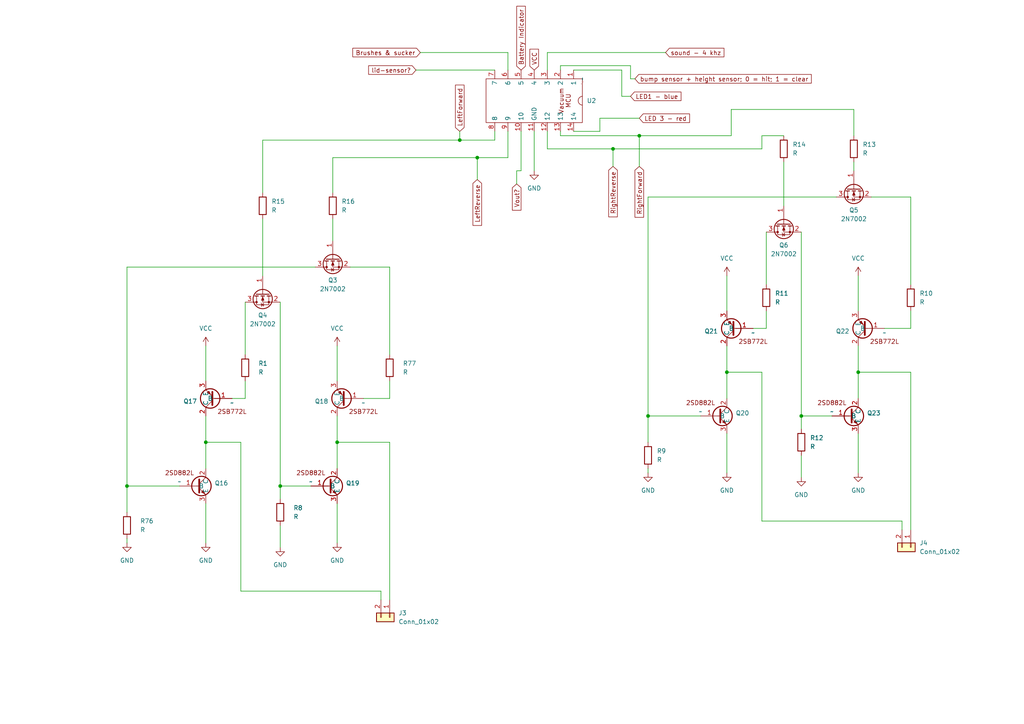
<source format=kicad_sch>
(kicad_sch (version 20230121) (generator eeschema)
  (paper "A4")
  (lib_symbols
    (symbol "Connector_Generic:Conn_01x02" (pin_names (offset 1.016) hide)
      (property "Reference" "J" (at 0 2.54 0))
      (property "Value" "Conn_01x02" (at 0 -5.08 0))
      (symbol "Conn_01x02_1_1"
        (rectangle (start -1.27 -2.413) (end 0 -2.667) (stroke (width 0.1524)))
        (rectangle (start -1.27 0.127) (end 0 -0.127) (stroke (width 0.1524)))
        (rectangle (start -1.27 1.27) (end 1.27 -3.81) (stroke (width 0.254)) (fill (type background)))
        (pin passive line (at -5.08 0 0) (length 3.81) (name "Pin_1") (number "1"))
        (pin passive line (at -5.08 -2.54 0) (length 3.81) (name "Pin_2") (number "2"))
      )
    )
    (symbol "Device:R" (pin_numbers hide) (pin_names (offset 0))
      (property "Reference" "R" (at 2.032 0 90))
      (property "Value" "R" (at 0 0 90))
      (symbol "R_0_1"
        (rectangle (start -1.016 -2.54) (end 1.016 2.54) (stroke (width 0.254)))
      )
      (symbol "R_1_1"
        (pin passive line (at 0 3.81 270) (length 1.27) (name "~") (number "1"))
        (pin passive line (at 0 -3.81 90) (length 1.27) (name "~") (number "2"))
      )
    )
    (symbol "Mart:2SB772L"
      (property "Reference" "Q" (at -3.81 6.35 0))
      (property "Value" "2SB772L" (at 0 1.27 0))
      (symbol "2SB772L_0_1"
        (polyline (pts (xy 5.08 0) (xy 5.715 0)))
        (polyline (pts (xy 7.62 -2.54) (xy 5.715 -0.635)))
        (polyline (pts (xy 7.62 2.54) (xy 5.715 0.635)))
        (polyline (pts (xy 5.715 1.905) (xy 5.715 -1.905) (xy 5.715 -1.905)) (stroke (width 0.508)) (fill (type outline)))
        (polyline (pts (xy 7.239 -1.651) (xy 6.731 -2.159) (xy 6.223 -1.143) (xy 7.239 -1.651) (xy 7.239 -1.651)) (fill (type outline)))
        (circle (center 6.35 0) (radius 2.8194) (stroke (width 0.3048)))
      )
      (symbol "2SB772L_1_1"
        (text "2SB772L" (at 0 3.81 0) (effects (font (size 1.27 1.27))))
        (pin input line (at 0 0 0) (length 5.08) (name "B") (number "1"))
        (pin passive line (at 7.62 5.08 270) (length 2.54) (name "C") (number "2"))
        (pin passive line (at 7.62 -5.08 90) (length 2.54) (name "E") (number "3"))
      )
    )
    (symbol "Mart:2SD882L"
      (property "Reference" "Q" (at -3.81 6.35 0))
      (symbol "2SD882L_0_1"
        (polyline (pts (xy 5.08 0) (xy 5.715 0)))
        (polyline (pts (xy 7.62 -2.54) (xy 5.715 -0.635)))
        (polyline (pts (xy 7.62 2.54) (xy 5.715 0.635)))
        (polyline (pts (xy 5.715 1.905) (xy 5.715 -1.905) (xy 5.715 -1.905)) (stroke (width 0.508)) (fill (type outline)))
        (polyline (pts (xy 6.35 -1.778) (xy 6.858 -1.27) (xy 7.366 -2.286) (xy 6.35 -1.778) (xy 6.35 -1.778)) (fill (type outline)))
        (circle (center 6.35 0) (radius 2.8194) (stroke (width 0.3048)))
      )
      (symbol "2SD882L_1_1"
        (text "2SD882L" (at 0 3.81 0) (effects (font (size 1.27 1.27))))
        (pin input line (at 0 0 0) (length 5.08) (name "B") (number "1"))
        (pin passive line (at 7.62 5.08 270) (length 2.54) (name "C") (number "2"))
        (pin passive line (at 7.62 -5.08 90) (length 2.54) (name "E") (number "3"))
      )
    )
    (symbol "Mart:vacuum_2x_7"
      (property "Reference" "U" (at 1.27 1.27 0))
      (symbol "vacuum_2x_7_0_1"
        (rectangle (start 0 0) (end 12.7 -27.94))
        (rectangle (start 0.889 0.2032) (end 0.889 0.2032))
        (rectangle (start 1.4732 -0.3048) (end 1.4732 -0.3048))
      )
      (symbol "vacuum_2x_7_1_1"
        (arc (start 5.08 0) (mid 6.35 -1.2098) (end 7.62 0))
        (text "Vacuum\nMCU" (at 6.35 -5.08 0) (effects (font (size 1.27 1.27))))
        (pin input line (at -2.54 -2.54 0) (length 2.54) (name "1") (number "1"))
        (pin input line (at 15.24 -17.78 180) (length 2.54) (name "10") (number "10"))
        (pin input line (at 15.24 -13.97 180) (length 2.54) (name "GND") (number "11"))
        (pin input line (at 15.24 -10.16 180) (length 2.54) (name "12") (number "12"))
        (pin input line (at 15.24 -6.35 180) (length 2.54) (name "13") (number "13"))
        (pin input line (at 15.24 -2.54 180) (length 2.54) (name "14") (number "14"))
        (pin input line (at -2.54 -6.35 0) (length 2.54) (name "2") (number "2"))
        (pin input line (at -2.54 -10.16 0) (length 2.54) (name "3") (number "3"))
        (pin input line (at -2.54 -13.97 0) (length 2.54) (name "4") (number "4"))
        (pin input line (at -2.54 -17.78 0) (length 2.54) (name "5") (number "5"))
        (pin input line (at -2.54 -21.59 0) (length 2.54) (name "6") (number "6"))
        (pin input line (at -2.54 -25.4 0) (length 2.54) (name "7") (number "7"))
        (pin input line (at 15.24 -25.4 180) (length 2.54) (name "8") (number "8"))
        (pin input line (at 15.24 -21.59 180) (length 2.54) (name "9") (number "9"))
      )
    )
    (symbol "Transistor_FET:2N7002" (pin_names hide)
      (property "Reference" "Q" (at 5.08 1.905 0))
      (property "Value" "2N7002" (at 5.08 0 0))
      (symbol "2N7002_0_1"
        (polyline (pts (xy 0.254 0) (xy -2.54 0)))
        (polyline (pts (xy 0.254 1.905) (xy 0.254 -1.905)) (stroke (width 0.254)))
        (polyline (pts (xy 0.762 -1.27) (xy 0.762 -2.286)) (stroke (width 0.254)))
        (polyline (pts (xy 0.762 0.508) (xy 0.762 -0.508)) (stroke (width 0.254)))
        (polyline (pts (xy 0.762 2.286) (xy 0.762 1.27)) (stroke (width 0.254)))
        (polyline (pts (xy 2.54 2.54) (xy 2.54 1.778)))
        (polyline (pts (xy 2.54 -2.54) (xy 2.54 0) (xy 0.762 0)))
        (polyline (pts (xy 0.762 -1.778) (xy 3.302 -1.778) (xy 3.302 1.778) (xy 0.762 1.778)))
        (polyline (pts (xy 1.016 0) (xy 2.032 0.381) (xy 2.032 -0.381) (xy 1.016 0)) (fill (type outline)))
        (polyline (pts (xy 2.794 0.508) (xy 2.921 0.381) (xy 3.683 0.381) (xy 3.81 0.254)))
        (polyline (pts (xy 3.302 0.381) (xy 2.921 -0.254) (xy 3.683 -0.254) (xy 3.302 0.381)))
        (circle (center 1.651 0) (radius 2.794) (stroke (width 0.254)))
        (circle (center 2.54 -1.778) (radius 0.254) (fill (type outline)))
        (circle (center 2.54 1.778) (radius 0.254) (fill (type outline)))
      )
      (symbol "2N7002_1_1"
        (pin input line (at -5.08 0 0) (length 2.54) (name "G") (number "1"))
        (pin passive line (at 2.54 -5.08 90) (length 2.54) (name "S") (number "2"))
        (pin passive line (at 2.54 5.08 270) (length 2.54) (name "D") (number "3"))
      )
    )
    (symbol "power:GND" (power) (pin_names (offset 0))
      (property "Value" "GND" (at 0 -3.81 0))
      (symbol "GND_0_1"
        (polyline (pts (xy 0 0) (xy 0 -1.27) (xy 1.27 -1.27) (xy 0 -2.54) (xy -1.27 -1.27) (xy 0 -1.27)))
      )
      (symbol "GND_1_1"
        (pin power_in line (at 0 0 270) (length 0) hide (name "GND") (number "1"))
      )
    )
    (symbol "power:VCC" (power) (pin_names (offset 0))
      (property "Value" "VCC" (at 0 3.81 0))
      (symbol "VCC_0_1"
        (polyline (pts (xy -0.762 1.27) (xy 0 2.54)))
        (polyline (pts (xy 0 0) (xy 0 2.54)))
        (polyline (pts (xy 0 2.54) (xy 0.762 1.27)))
      )
      (symbol "VCC_1_1"
        (pin power_in line (at 0 0 90) (length 0) hide (name "VCC") (number "1"))
      )
    )
  )
  (junction (at 185.42 39.37))
  (junction (at 59.69 128.27))
  (junction (at 138.43 45.72))
  (junction (at 36.83 140.97))
  (junction (at 133.35 40.64))
  (junction (at 177.8 43.18))
  (junction (at 210.82 107.95))
  (junction (at 248.92 107.95))
  (junction (at 232.41 120.65))
  (junction (at 187.96 120.65))
  (junction (at 81.28 140.97))
  (junction (at 97.79 128.27))
  (wire (pts (xy 59.69 146.05) (xy 59.69 157.48)))
  (wire (pts (xy 227.33 46.99) (xy 227.33 59.69)))
  (wire (pts (xy 69.85 171.45) (xy 110.49 171.45)))
  (wire (pts (xy 76.2 40.64) (xy 133.35 40.64)))
  (wire (pts (xy 210.82 107.95) (xy 210.82 115.57)))
  (wire (pts (xy 158.75 20.32) (xy 158.75 15.24)))
  (wire (pts (xy 220.98 107.95) (xy 220.98 151.13)))
  (wire (pts (xy 210.82 125.73) (xy 210.82 137.16)))
  (wire (pts (xy 158.75 15.24) (xy 193.04 15.24)))
  (wire (pts (xy 182.88 22.86) (xy 182.88 19.05)))
  (wire (pts (xy 147.32 15.24) (xy 147.32 20.32)))
  (wire (pts (xy 162.56 19.05) (xy 162.56 20.32)))
  (wire (pts (xy 220.98 39.37) (xy 220.98 43.18)))
  (wire (pts (xy 81.28 140.97) (xy 90.17 140.97)))
  (wire (pts (xy 143.51 38.1) (xy 143.51 40.64)))
  (wire (pts (xy 180.34 20.32) (xy 166.37 20.32)))
  (wire (pts (xy 71.12 115.57) (xy 67.31 115.57)))
  (wire (pts (xy 227.33 39.37) (xy 220.98 39.37)))
  (wire (pts (xy 185.42 39.37) (xy 185.42 48.26)))
  (wire (pts (xy 232.41 132.08) (xy 232.41 138.43)))
  (wire (pts (xy 261.62 151.13) (xy 261.62 153.67)))
  (wire (pts (xy 81.28 87.63) (xy 81.28 140.97)))
  (wire (pts (xy 248.92 107.95) (xy 248.92 115.57)))
  (wire (pts (xy 264.16 95.25) (xy 256.54 95.25)))
  (wire (pts (xy 59.69 128.27) (xy 59.69 135.89)))
  (wire (pts (xy 222.25 67.31) (xy 222.25 82.55)))
  (wire (pts (xy 110.49 171.45) (xy 110.49 173.99)))
  (wire (pts (xy 113.03 110.49) (xy 113.03 115.57)))
  (wire (pts (xy 187.96 57.15) (xy 187.96 120.65)))
  (wire (pts (xy 210.82 100.33) (xy 210.82 107.95)))
  (wire (pts (xy 247.65 46.99) (xy 247.65 49.53)))
  (wire (pts (xy 97.79 120.65) (xy 97.79 128.27)))
  (wire (pts (xy 147.32 38.1) (xy 147.32 45.72)))
  (wire (pts (xy 59.69 128.27) (xy 69.85 128.27)))
  (wire (pts (xy 113.03 115.57) (xy 105.41 115.57)))
  (wire (pts (xy 120.65 20.32) (xy 143.51 20.32)))
  (wire (pts (xy 133.35 38.1) (xy 133.35 40.64)))
  (wire (pts (xy 76.2 40.64) (xy 76.2 55.88)))
  (wire (pts (xy 220.98 151.13) (xy 261.62 151.13)))
  (wire (pts (xy 220.98 43.18) (xy 177.8 43.18)))
  (wire (pts (xy 96.52 63.5) (xy 96.52 69.85)))
  (wire (pts (xy 248.92 107.95) (xy 264.16 107.95)))
  (wire (pts (xy 248.92 100.33) (xy 248.92 107.95)))
  (wire (pts (xy 177.8 43.18) (xy 158.75 43.18)))
  (wire (pts (xy 185.42 34.29) (xy 173.99 34.29)))
  (wire (pts (xy 36.83 140.97) (xy 52.07 140.97)))
  (wire (pts (xy 97.79 146.05) (xy 97.79 157.48)))
  (wire (pts (xy 173.99 34.29) (xy 173.99 38.1)))
  (wire (pts (xy 162.56 38.1) (xy 162.56 39.37)))
  (wire (pts (xy 113.03 77.47) (xy 113.03 102.87)))
  (wire (pts (xy 81.28 152.4) (xy 81.28 158.75)))
  (wire (pts (xy 71.12 110.49) (xy 71.12 115.57)))
  (wire (pts (xy 212.09 31.75) (xy 247.65 31.75)))
  (wire (pts (xy 264.16 90.17) (xy 264.16 95.25)))
  (wire (pts (xy 210.82 90.17) (xy 210.82 80.01)))
  (wire (pts (xy 180.34 27.94) (xy 182.88 27.94)))
  (wire (pts (xy 36.83 140.97) (xy 36.83 148.59)))
  (wire (pts (xy 138.43 52.07) (xy 138.43 45.72)))
  (wire (pts (xy 138.43 45.72) (xy 147.32 45.72)))
  (wire (pts (xy 133.35 40.64) (xy 143.51 40.64)))
  (wire (pts (xy 97.79 128.27) (xy 97.79 135.89)))
  (wire (pts (xy 158.75 38.1) (xy 158.75 43.18)))
  (wire (pts (xy 96.52 45.72) (xy 138.43 45.72)))
  (wire (pts (xy 91.44 77.47) (xy 36.83 77.47)))
  (wire (pts (xy 101.6 77.47) (xy 113.03 77.47)))
  (wire (pts (xy 36.83 156.21) (xy 36.83 157.48)))
  (wire (pts (xy 177.8 48.26) (xy 177.8 43.18)))
  (wire (pts (xy 222.25 95.25) (xy 218.44 95.25)))
  (wire (pts (xy 180.34 27.94) (xy 180.34 20.32)))
  (wire (pts (xy 81.28 140.97) (xy 81.28 144.78)))
  (wire (pts (xy 187.96 120.65) (xy 187.96 128.27)))
  (wire (pts (xy 184.15 22.86) (xy 182.88 22.86)))
  (wire (pts (xy 162.56 39.37) (xy 185.42 39.37)))
  (wire (pts (xy 113.03 128.27) (xy 113.03 173.99)))
  (wire (pts (xy 71.12 87.63) (xy 71.12 102.87)))
  (wire (pts (xy 149.86 49.53) (xy 149.86 53.34)))
  (wire (pts (xy 97.79 128.27) (xy 113.03 128.27)))
  (wire (pts (xy 182.88 19.05) (xy 162.56 19.05)))
  (wire (pts (xy 185.42 39.37) (xy 212.09 39.37)))
  (wire (pts (xy 59.69 110.49) (xy 59.69 100.33)))
  (wire (pts (xy 187.96 135.89) (xy 187.96 137.16)))
  (wire (pts (xy 96.52 55.88) (xy 96.52 45.72)))
  (wire (pts (xy 248.92 80.01) (xy 248.92 90.17)))
  (wire (pts (xy 232.41 67.31) (xy 232.41 120.65)))
  (wire (pts (xy 232.41 120.65) (xy 241.3 120.65)))
  (wire (pts (xy 222.25 90.17) (xy 222.25 95.25)))
  (wire (pts (xy 76.2 63.5) (xy 76.2 80.01)))
  (wire (pts (xy 264.16 57.15) (xy 264.16 82.55)))
  (wire (pts (xy 187.96 120.65) (xy 203.2 120.65)))
  (wire (pts (xy 242.57 57.15) (xy 187.96 57.15)))
  (wire (pts (xy 210.82 107.95) (xy 220.98 107.95)))
  (wire (pts (xy 97.79 100.33) (xy 97.79 110.49)))
  (wire (pts (xy 212.09 39.37) (xy 212.09 31.75)))
  (wire (pts (xy 247.65 31.75) (xy 247.65 39.37)))
  (wire (pts (xy 252.73 57.15) (xy 264.16 57.15)))
  (wire (pts (xy 151.13 49.53) (xy 149.86 49.53)))
  (wire (pts (xy 69.85 128.27) (xy 69.85 171.45)))
  (wire (pts (xy 121.92 15.24) (xy 147.32 15.24)))
  (wire (pts (xy 264.16 107.95) (xy 264.16 153.67)))
  (wire (pts (xy 232.41 120.65) (xy 232.41 124.46)))
  (wire (pts (xy 248.92 125.73) (xy 248.92 137.16)))
  (wire (pts (xy 59.69 120.65) (xy 59.69 128.27)))
  (wire (pts (xy 154.94 38.1) (xy 154.94 49.53)))
  (wire (pts (xy 151.13 38.1) (xy 151.13 49.53)))
  (wire (pts (xy 36.83 77.47) (xy 36.83 140.97)))
  (wire (pts (xy 173.99 38.1) (xy 166.37 38.1)))
  (global_label "LED1 - blue" (shape input) (at 182.88 27.94 0) (property "Intersheetrefs" "${INTERSHEET_REFS}" (effects hide)))
  (global_label "Brushes & sucker" (shape input) (at 121.92 15.24 180) (property "Intersheetrefs" "${INTERSHEET_REFS}" (effects hide)))
  (global_label "sound - 4 khz" (shape input) (at 193.04 15.24 0) (property "Intersheetrefs" "${INTERSHEET_REFS}" (effects hide)))
  (global_label "RightForward" (shape input) (at 185.42 48.26 270) (property "Intersheetrefs" "${INTERSHEET_REFS}" (effects hide)))
  (global_label "Battery Indicator" (shape input) (at 151.13 20.32 90) (property "Intersheetrefs" "${INTERSHEET_REFS}" (effects hide)))
  (global_label "bump sensor + height sensor; 0 = hit; 1 = clear" (shape input) (at 184.15 22.86 0) (property "Intersheetrefs" "${INTERSHEET_REFS}" (effects hide)))
  (global_label "Vout?" (shape input) (at 149.86 53.34 270) (property "Intersheetrefs" "${INTERSHEET_REFS}" (effects hide)))
  (global_label "VCC" (shape input) (at 154.94 20.32 90) (property "Intersheetrefs" "${INTERSHEET_REFS}" (effects hide)))
  (global_label "LeftForward" (shape input) (at 133.35 38.1 90) (property "Intersheetrefs" "${INTERSHEET_REFS}" (effects hide)))
  (global_label "LeftReverse" (shape input) (at 138.43 52.07 270) (property "Intersheetrefs" "${INTERSHEET_REFS}" (effects hide)))
  (global_label "lid-sensor?" (shape input) (at 120.65 20.32 180) (property "Intersheetrefs" "${INTERSHEET_REFS}" (effects hide)))
  (global_label "LED 3 - red" (shape input) (at 185.42 34.29 0) (property "Intersheetrefs" "${INTERSHEET_REFS}" (effects hide)))
  (global_label "RightReverse" (shape input) (at 177.8 48.26 270) (property "Intersheetrefs" "${INTERSHEET_REFS}" (effects hide)))
  (symbol (lib_id "Mart:2SD882L") (at 52.07 140.97 0) (unit 1)
    (property "Reference" "Q16" (at 62.23 140.1341 0) (effects (justify left)))
    (property "Value" "~" (at 52.07 139.7 0))
  )
  (symbol (lib_id "Device:R") (at 113.03 106.68 0) (unit 1)
    (property "Reference" "R77" (at 116.84 105.41 0) (effects (justify left)))
    (property "Value" "R" (at 116.84 107.95 0) (effects (justify left)))
  )
  (symbol (lib_id "Device:R") (at 227.33 43.18 0) (unit 1)
    (property "Reference" "R14" (at 229.87 41.91 0) (effects (justify left)))
    (property "Value" "R" (at 229.87 44.45 0) (effects (justify left)))
  )
  (symbol (lib_id "Device:R") (at 76.2 59.69 0) (unit 1)
    (property "Reference" "R15" (at 78.74 58.42 0) (effects (justify left)))
    (property "Value" "R" (at 78.74 60.96 0) (effects (justify left)))
  )
  (symbol (lib_id "Connector_Generic:Conn_01x02") (at 264.16 158.75 270) (unit 1)
    (property "Reference" "J4" (at 266.7 157.48 90) (effects (justify left)))
    (property "Value" "Conn_01x02" (at 266.7 160.02 90) (effects (justify left)))
  )
  (symbol (lib_id "power:GND") (at 232.41 138.43 0) (unit 1)
    (property "Reference" "#PWR012" (effects hide))
    (property "Value" "GND" (at 232.41 143.51 0))
  )
  (symbol (lib_id "Mart:2SB772L") (at 67.31 115.57 180) (unit 1)
    (property "Reference" "Q17" (at 57.15 116.4058 0) (effects (justify left)))
    (property "Value" "~" (at 67.31 116.84 0))
  )
  (symbol (lib_id "Device:R") (at 71.12 106.68 0) (unit 1)
    (property "Reference" "R1" (at 74.93 105.41 0) (effects (justify left)))
    (property "Value" "R" (at 74.93 107.95 0) (effects (justify left)))
  )
  (symbol (lib_id "power:GND") (at 248.92 137.16 0) (unit 1)
    (property "Reference" "#PWR018" (effects hide))
    (property "Value" "GND" (at 248.92 142.24 0))
  )
  (symbol (lib_id "Mart:2SD882L") (at 241.3 120.65 0) (unit 1)
    (property "Reference" "Q23" (at 251.46 119.8141 0) (effects (justify left)))
    (property "Value" "~" (at 241.3 119.38 0))
  )
  (symbol (lib_id "Device:R") (at 81.28 148.59 0) (unit 1)
    (property "Reference" "R8" (at 85.09 147.32 0) (effects (justify left)))
    (property "Value" "R" (at 85.09 149.86 0) (effects (justify left)))
  )
  (symbol (lib_id "Mart:vacuum_2x_7") (at 168.91 22.86 270) (unit 1)
    (property "Reference" "U2" (at 170.18 29.21 90) (effects (justify left)))
    (property "Value" "~" (at 168.91 22.86 0))
  )
  (symbol (lib_id "power:VCC") (at 59.69 100.33 0) (unit 1)
    (property "Reference" "#PWR013" (effects hide))
    (property "Value" "VCC" (at 59.69 95.25 0))
  )
  (symbol (lib_id "power:GND") (at 187.96 137.16 0) (unit 1)
    (property "Reference" "#PWR09" (effects hide))
    (property "Value" "GND" (at 187.96 142.24 0))
  )
  (symbol (lib_id "power:VCC") (at 210.82 80.01 0) (unit 1)
    (property "Reference" "#PWR010" (effects hide))
    (property "Value" "VCC" (at 210.82 74.93 0))
  )
  (symbol (lib_id "Device:R") (at 96.52 59.69 0) (unit 1)
    (property "Reference" "R16" (at 99.06 58.42 0) (effects (justify left)))
    (property "Value" "R" (at 99.06 60.96 0) (effects (justify left)))
  )
  (symbol (lib_id "Device:R") (at 247.65 43.18 0) (unit 1)
    (property "Reference" "R13" (at 250.19 41.91 0) (effects (justify left)))
    (property "Value" "R" (at 250.19 44.45 0) (effects (justify left)))
  )
  (symbol (lib_id "power:GND") (at 59.69 157.48 0) (unit 1)
    (property "Reference" "#PWR07" (effects hide))
    (property "Value" "GND" (at 59.69 162.56 0))
  )
  (symbol (lib_id "power:VCC") (at 97.79 100.33 0) (unit 1)
    (property "Reference" "#PWR014" (effects hide))
    (property "Value" "VCC" (at 97.79 95.25 0))
  )
  (symbol (lib_id "power:VCC") (at 248.92 80.01 0) (unit 1)
    (property "Reference" "#PWR017" (effects hide))
    (property "Value" "VCC" (at 248.92 74.93 0))
  )
  (symbol (lib_id "Transistor_FET:2N7002") (at 227.33 64.77 90) (mirror x) (unit 1)
    (property "Reference" "Q6" (at 227.33 71.12 90))
    (property "Value" "2N7002" (at 227.33 73.66 90))
    (property "Footprint" "Package_TO_SOT_SMD:SOT-23" (effects hide))
    (property "Datasheet" "https://www.onsemi.com/pub/Collateral/NDS7002A-D.PDF" (effects hide))
  )
  (symbol (lib_id "Transistor_FET:2N7002") (at 247.65 54.61 90) (mirror x) (unit 1)
    (property "Reference" "Q5" (at 247.65 60.96 90))
    (property "Value" "2N7002" (at 247.65 63.5 90))
    (property "Footprint" "Package_TO_SOT_SMD:SOT-23" (effects hide))
    (property "Datasheet" "https://www.onsemi.com/pub/Collateral/NDS7002A-D.PDF" (effects hide))
  )
  (symbol (lib_id "Mart:2SB772L") (at 256.54 95.25 180) (unit 1)
    (property "Reference" "Q22" (at 246.38 96.0858 0) (effects (justify left)))
    (property "Value" "~" (at 256.54 96.52 0))
  )
  (symbol (lib_id "Device:R") (at 222.25 86.36 0) (unit 1)
    (property "Reference" "R11" (at 224.79 85.09 0) (effects (justify left)))
    (property "Value" "R" (at 224.79 87.63 0) (effects (justify left)))
  )
  (symbol (lib_id "Device:R") (at 264.16 86.36 0) (unit 1)
    (property "Reference" "R10" (at 266.7 85.09 0) (effects (justify left)))
    (property "Value" "R" (at 266.7 87.63 0) (effects (justify left)))
  )
  (symbol (lib_id "power:GND") (at 210.82 137.16 0) (unit 1)
    (property "Reference" "#PWR011" (effects hide))
    (property "Value" "GND" (at 210.82 142.24 0))
  )
  (symbol (lib_id "Connector_Generic:Conn_01x02") (at 113.03 179.07 270) (unit 1)
    (property "Reference" "J3" (at 115.57 177.8 90) (effects (justify left)))
    (property "Value" "Conn_01x02" (at 115.57 180.34 90) (effects (justify left)))
  )
  (symbol (lib_id "Device:R") (at 36.83 152.4 0) (unit 1)
    (property "Reference" "R76" (at 40.64 151.13 0) (effects (justify left)))
    (property "Value" "R" (at 40.64 153.67 0) (effects (justify left)))
  )
  (symbol (lib_id "Mart:2SD882L") (at 90.17 140.97 0) (unit 1)
    (property "Reference" "Q19" (at 100.33 140.1341 0) (effects (justify left)))
    (property "Value" "~" (at 90.17 139.7 0))
  )
  (symbol (lib_id "power:GND") (at 154.94 49.53 0) (unit 1)
    (property "Reference" "#PWR019" (effects hide))
    (property "Value" "GND" (at 154.94 54.61 0))
  )
  (symbol (lib_id "Device:R") (at 187.96 132.08 0) (unit 1)
    (property "Reference" "R9" (at 190.5 130.81 0) (effects (justify left)))
    (property "Value" "R" (at 190.5 133.35 0) (effects (justify left)))
  )
  (symbol (lib_id "Mart:2SD882L") (at 203.2 120.65 0) (unit 1)
    (property "Reference" "Q20" (at 213.36 119.8141 0) (effects (justify left)))
    (property "Value" "~" (at 203.2 119.38 0))
  )
  (symbol (lib_id "Mart:2SB772L") (at 218.44 95.25 180) (unit 1)
    (property "Reference" "Q21" (at 208.28 96.0858 0) (effects (justify left)))
    (property "Value" "~" (at 218.44 96.52 0))
  )
  (symbol (lib_id "power:GND") (at 81.28 158.75 0) (unit 1)
    (property "Reference" "#PWR016" (effects hide))
    (property "Value" "GND" (at 81.28 163.83 0))
  )
  (symbol (lib_id "Transistor_FET:2N7002") (at 96.52 74.93 90) (mirror x) (unit 1)
    (property "Reference" "Q3" (at 96.52 81.28 90))
    (property "Value" "2N7002" (at 96.52 83.82 90))
    (property "Footprint" "Package_TO_SOT_SMD:SOT-23" (effects hide))
    (property "Datasheet" "https://www.onsemi.com/pub/Collateral/NDS7002A-D.PDF" (effects hide))
  )
  (symbol (lib_id "Device:R") (at 232.41 128.27 0) (unit 1)
    (property "Reference" "R12" (at 234.95 127 0) (effects (justify left)))
    (property "Value" "R" (at 234.95 129.54 0) (effects (justify left)))
  )
  (symbol (lib_id "Mart:2SB772L") (at 105.41 115.57 180) (unit 1)
    (property "Reference" "Q18" (at 95.25 116.4058 0) (effects (justify left)))
    (property "Value" "~" (at 105.41 116.84 0))
  )
  (symbol (lib_id "power:GND") (at 97.79 157.48 0) (unit 1)
    (property "Reference" "#PWR08" (effects hide))
    (property "Value" "GND" (at 97.79 162.56 0))
  )
  (symbol (lib_id "power:GND") (at 36.83 157.48 0) (unit 1)
    (property "Reference" "#PWR015" (effects hide))
    (property "Value" "GND" (at 36.83 162.56 0))
  )
  (symbol (lib_id "Transistor_FET:2N7002") (at 76.2 85.09 90) (mirror x) (unit 1)
    (property "Reference" "Q4" (at 76.2 91.44 90))
    (property "Value" "2N7002" (at 76.2 93.98 90))
    (property "Footprint" "Package_TO_SOT_SMD:SOT-23" (effects hide))
    (property "Datasheet" "https://www.onsemi.com/pub/Collateral/NDS7002A-D.PDF" (effects hide))
  )
)
</source>
